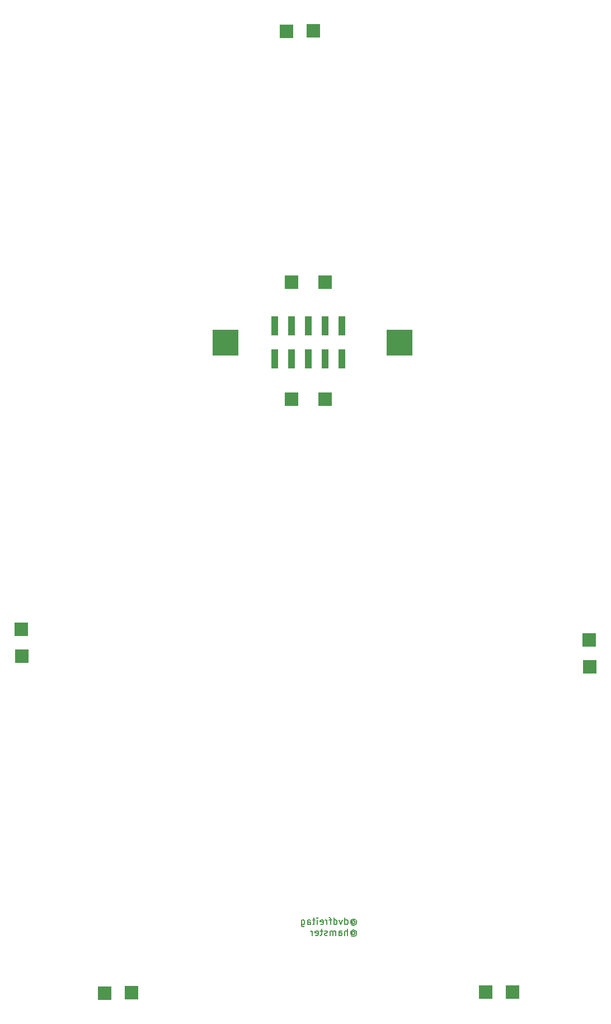
<source format=gbs>
G04 #@! TF.GenerationSoftware,KiCad,Pcbnew,(5.1.9)-1*
G04 #@! TF.CreationDate,2021-01-15T22:53:48-07:00*
G04 #@! TF.ProjectId,purplewizard-ART,70757270-6c65-4776-997a-6172642d4152,1*
G04 #@! TF.SameCoordinates,Original*
G04 #@! TF.FileFunction,Soldermask,Bot*
G04 #@! TF.FilePolarity,Negative*
%FSLAX46Y46*%
G04 Gerber Fmt 4.6, Leading zero omitted, Abs format (unit mm)*
G04 Created by KiCad (PCBNEW (5.1.9)-1) date 2021-01-15 22:53:48*
%MOMM*%
%LPD*%
G01*
G04 APERTURE LIST*
%ADD10C,0.150000*%
%ADD11R,2.000000X2.000000*%
%ADD12R,1.000000X3.000000*%
%ADD13R,4.000000X4.000000*%
G04 APERTURE END LIST*
D10*
X150151957Y-160520990D02*
X150199576Y-160473371D01*
X150294814Y-160425752D01*
X150390052Y-160425752D01*
X150485290Y-160473371D01*
X150532909Y-160520990D01*
X150580528Y-160616228D01*
X150580528Y-160711466D01*
X150532909Y-160806704D01*
X150485290Y-160854323D01*
X150390052Y-160901942D01*
X150294814Y-160901942D01*
X150199576Y-160854323D01*
X150151957Y-160806704D01*
X150151957Y-160425752D02*
X150151957Y-160806704D01*
X150104338Y-160854323D01*
X150056719Y-160854323D01*
X149961480Y-160806704D01*
X149913861Y-160711466D01*
X149913861Y-160473371D01*
X150009100Y-160330514D01*
X150151957Y-160235276D01*
X150342433Y-160187657D01*
X150532909Y-160235276D01*
X150675766Y-160330514D01*
X150771004Y-160473371D01*
X150818623Y-160663847D01*
X150771004Y-160854323D01*
X150675766Y-160997180D01*
X150532909Y-161092419D01*
X150342433Y-161140038D01*
X150151957Y-161092419D01*
X150009100Y-160997180D01*
X149056719Y-160997180D02*
X149056719Y-159997180D01*
X149056719Y-160949561D02*
X149151957Y-160997180D01*
X149342433Y-160997180D01*
X149437671Y-160949561D01*
X149485290Y-160901942D01*
X149532909Y-160806704D01*
X149532909Y-160520990D01*
X149485290Y-160425752D01*
X149437671Y-160378133D01*
X149342433Y-160330514D01*
X149151957Y-160330514D01*
X149056719Y-160378133D01*
X148675766Y-160330514D02*
X148437671Y-160997180D01*
X148199576Y-160330514D01*
X147390052Y-160997180D02*
X147390052Y-159997180D01*
X147390052Y-160949561D02*
X147485290Y-160997180D01*
X147675766Y-160997180D01*
X147771004Y-160949561D01*
X147818623Y-160901942D01*
X147866242Y-160806704D01*
X147866242Y-160520990D01*
X147818623Y-160425752D01*
X147771004Y-160378133D01*
X147675766Y-160330514D01*
X147485290Y-160330514D01*
X147390052Y-160378133D01*
X147056719Y-160330514D02*
X146675766Y-160330514D01*
X146913861Y-160997180D02*
X146913861Y-160140038D01*
X146866242Y-160044800D01*
X146771004Y-159997180D01*
X146675766Y-159997180D01*
X146342433Y-160997180D02*
X146342433Y-160330514D01*
X146342433Y-160520990D02*
X146294814Y-160425752D01*
X146247195Y-160378133D01*
X146151957Y-160330514D01*
X146056719Y-160330514D01*
X145342433Y-160949561D02*
X145437671Y-160997180D01*
X145628147Y-160997180D01*
X145723385Y-160949561D01*
X145771004Y-160854323D01*
X145771004Y-160473371D01*
X145723385Y-160378133D01*
X145628147Y-160330514D01*
X145437671Y-160330514D01*
X145342433Y-160378133D01*
X145294814Y-160473371D01*
X145294814Y-160568609D01*
X145771004Y-160663847D01*
X144866242Y-160997180D02*
X144866242Y-160330514D01*
X144866242Y-159997180D02*
X144913861Y-160044800D01*
X144866242Y-160092419D01*
X144818623Y-160044800D01*
X144866242Y-159997180D01*
X144866242Y-160092419D01*
X144532909Y-160330514D02*
X144151957Y-160330514D01*
X144390052Y-159997180D02*
X144390052Y-160854323D01*
X144342433Y-160949561D01*
X144247195Y-160997180D01*
X144151957Y-160997180D01*
X143390052Y-160997180D02*
X143390052Y-160473371D01*
X143437671Y-160378133D01*
X143532909Y-160330514D01*
X143723385Y-160330514D01*
X143818623Y-160378133D01*
X143390052Y-160949561D02*
X143485290Y-160997180D01*
X143723385Y-160997180D01*
X143818623Y-160949561D01*
X143866242Y-160854323D01*
X143866242Y-160759085D01*
X143818623Y-160663847D01*
X143723385Y-160616228D01*
X143485290Y-160616228D01*
X143390052Y-160568609D01*
X142485290Y-160330514D02*
X142485290Y-161140038D01*
X142532909Y-161235276D01*
X142580528Y-161282895D01*
X142675766Y-161330514D01*
X142818623Y-161330514D01*
X142913861Y-161282895D01*
X142485290Y-160949561D02*
X142580528Y-160997180D01*
X142771004Y-160997180D01*
X142866242Y-160949561D01*
X142913861Y-160901942D01*
X142961480Y-160806704D01*
X142961480Y-160520990D01*
X142913861Y-160425752D01*
X142866242Y-160378133D01*
X142771004Y-160330514D01*
X142580528Y-160330514D01*
X142485290Y-160378133D01*
X150151957Y-162170990D02*
X150199576Y-162123371D01*
X150294814Y-162075752D01*
X150390052Y-162075752D01*
X150485290Y-162123371D01*
X150532909Y-162170990D01*
X150580528Y-162266228D01*
X150580528Y-162361466D01*
X150532909Y-162456704D01*
X150485290Y-162504323D01*
X150390052Y-162551942D01*
X150294814Y-162551942D01*
X150199576Y-162504323D01*
X150151957Y-162456704D01*
X150151957Y-162075752D02*
X150151957Y-162456704D01*
X150104338Y-162504323D01*
X150056719Y-162504323D01*
X149961480Y-162456704D01*
X149913861Y-162361466D01*
X149913861Y-162123371D01*
X150009100Y-161980514D01*
X150151957Y-161885276D01*
X150342433Y-161837657D01*
X150532909Y-161885276D01*
X150675766Y-161980514D01*
X150771004Y-162123371D01*
X150818623Y-162313847D01*
X150771004Y-162504323D01*
X150675766Y-162647180D01*
X150532909Y-162742419D01*
X150342433Y-162790038D01*
X150151957Y-162742419D01*
X150009100Y-162647180D01*
X149485290Y-162647180D02*
X149485290Y-161647180D01*
X149056719Y-162647180D02*
X149056719Y-162123371D01*
X149104338Y-162028133D01*
X149199576Y-161980514D01*
X149342433Y-161980514D01*
X149437671Y-162028133D01*
X149485290Y-162075752D01*
X148151957Y-162647180D02*
X148151957Y-162123371D01*
X148199576Y-162028133D01*
X148294814Y-161980514D01*
X148485290Y-161980514D01*
X148580528Y-162028133D01*
X148151957Y-162599561D02*
X148247195Y-162647180D01*
X148485290Y-162647180D01*
X148580528Y-162599561D01*
X148628147Y-162504323D01*
X148628147Y-162409085D01*
X148580528Y-162313847D01*
X148485290Y-162266228D01*
X148247195Y-162266228D01*
X148151957Y-162218609D01*
X147675766Y-162647180D02*
X147675766Y-161980514D01*
X147675766Y-162075752D02*
X147628147Y-162028133D01*
X147532909Y-161980514D01*
X147390052Y-161980514D01*
X147294814Y-162028133D01*
X147247195Y-162123371D01*
X147247195Y-162647180D01*
X147247195Y-162123371D02*
X147199576Y-162028133D01*
X147104338Y-161980514D01*
X146961480Y-161980514D01*
X146866242Y-162028133D01*
X146818623Y-162123371D01*
X146818623Y-162647180D01*
X146390052Y-162599561D02*
X146294814Y-162647180D01*
X146104338Y-162647180D01*
X146009100Y-162599561D01*
X145961480Y-162504323D01*
X145961480Y-162456704D01*
X146009100Y-162361466D01*
X146104338Y-162313847D01*
X146247195Y-162313847D01*
X146342433Y-162266228D01*
X146390052Y-162170990D01*
X146390052Y-162123371D01*
X146342433Y-162028133D01*
X146247195Y-161980514D01*
X146104338Y-161980514D01*
X146009100Y-162028133D01*
X145675766Y-161980514D02*
X145294814Y-161980514D01*
X145532909Y-161647180D02*
X145532909Y-162504323D01*
X145485290Y-162599561D01*
X145390052Y-162647180D01*
X145294814Y-162647180D01*
X144580528Y-162599561D02*
X144675766Y-162647180D01*
X144866242Y-162647180D01*
X144961480Y-162599561D01*
X145009100Y-162504323D01*
X145009100Y-162123371D01*
X144961480Y-162028133D01*
X144866242Y-161980514D01*
X144675766Y-161980514D01*
X144580528Y-162028133D01*
X144532909Y-162123371D01*
X144532909Y-162218609D01*
X145009100Y-162313847D01*
X144104338Y-162647180D02*
X144104338Y-161980514D01*
X144104338Y-162170990D02*
X144056719Y-162075752D01*
X144009100Y-162028133D01*
X143913861Y-161980514D01*
X143818623Y-161980514D01*
D11*
X186046600Y-117979800D03*
X186106600Y-122059800D03*
X100066600Y-116339800D03*
X100126600Y-120419800D03*
X116736600Y-171309800D03*
X112656600Y-171369800D03*
X174436600Y-171209800D03*
X170356600Y-171269800D03*
X140216600Y-25939800D03*
X144296600Y-25879800D03*
D12*
X148590900Y-70439800D03*
X148590900Y-75479800D03*
X146050900Y-70439800D03*
X146050900Y-75479800D03*
X143510900Y-70439800D03*
X143510900Y-75479800D03*
X140970900Y-70439800D03*
X140970900Y-75479800D03*
X138430900Y-70439800D03*
X138430900Y-75479800D03*
D11*
X140986600Y-81559800D03*
X146056600Y-81539800D03*
X140996600Y-63879800D03*
X146066600Y-63889800D03*
D13*
X130966600Y-73029800D03*
X157336600Y-73009800D03*
M02*

</source>
